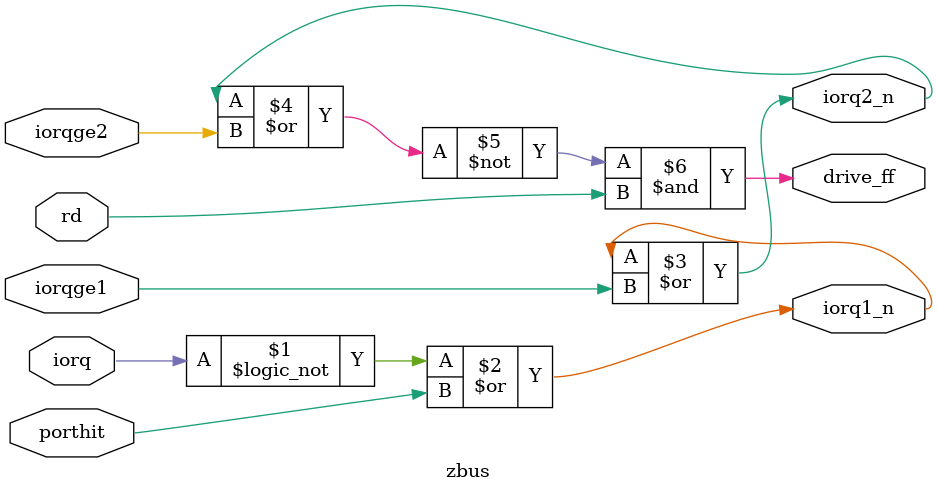
<source format=v>
`include "../include/tune.v"

module zbus(

	input iorq,
	input rd,

	output iorq1_n,
	output iorq2_n,

	input iorqge1,
	input iorqge2,

	input porthit,

	output drive_ff
);


	assign iorq1_n = !iorq | porthit;
	assign iorq2_n = iorq1_n | iorqge1;
	assign drive_ff = ~(iorq2_n | iorqge2) & rd;


endmodule

</source>
